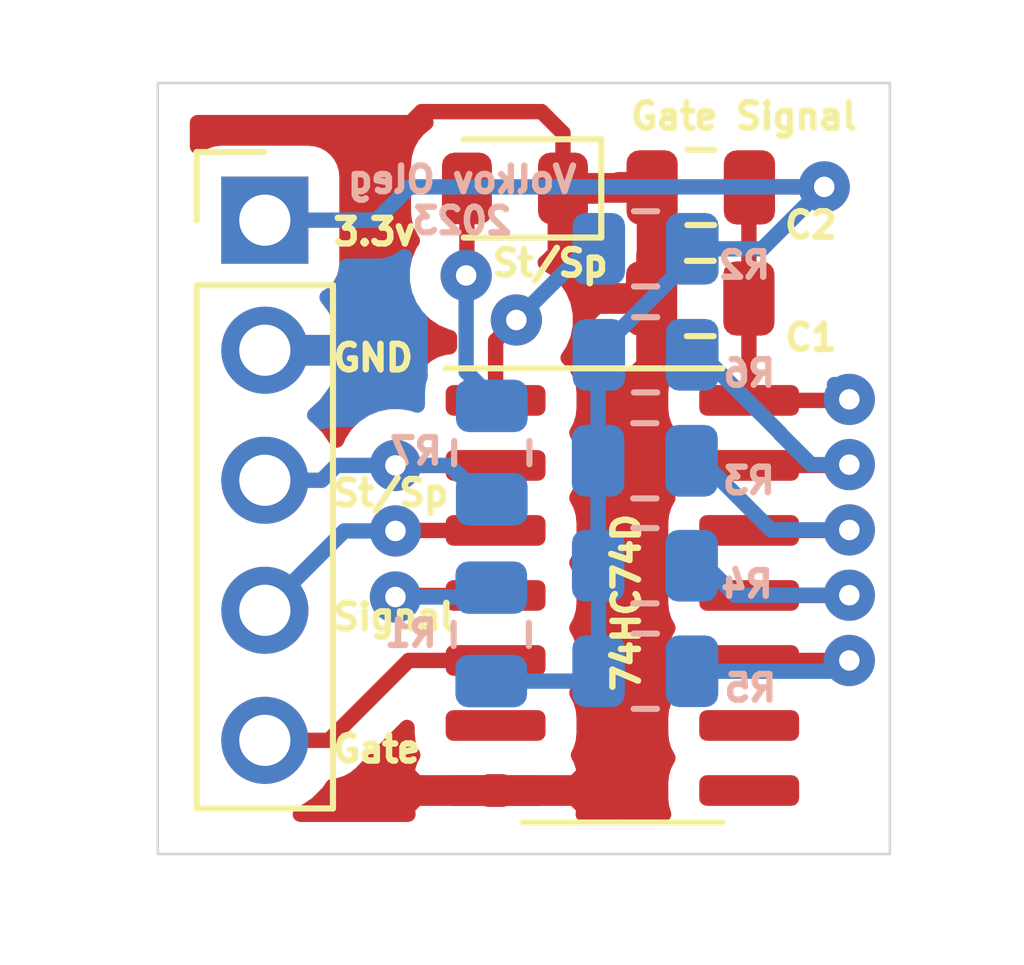
<source format=kicad_pcb>
(kicad_pcb (version 20171130) (host pcbnew "(5.1.12)-1")

  (general
    (thickness 1.6)
    (drawings 12)
    (tracks 98)
    (zones 0)
    (modules 12)
    (nets 16)
  )

  (page A4)
  (layers
    (0 F.Cu signal)
    (31 B.Cu signal)
    (32 B.Adhes user)
    (33 F.Adhes user)
    (34 B.Paste user)
    (35 F.Paste user)
    (36 B.SilkS user)
    (37 F.SilkS user)
    (38 B.Mask user)
    (39 F.Mask user)
    (40 Dwgs.User user)
    (41 Cmts.User user)
    (42 Eco1.User user)
    (43 Eco2.User user)
    (44 Edge.Cuts user)
    (45 Margin user)
    (46 B.CrtYd user)
    (47 F.CrtYd user)
    (48 B.Fab user)
    (49 F.Fab user)
  )

  (setup
    (last_trace_width 0.3)
    (user_trace_width 0.3)
    (trace_clearance 0.2)
    (zone_clearance 0.6)
    (zone_45_only no)
    (trace_min 0.2)
    (via_size 0.8)
    (via_drill 0.4)
    (via_min_size 0.4)
    (via_min_drill 0.3)
    (uvia_size 0.3)
    (uvia_drill 0.1)
    (uvias_allowed no)
    (uvia_min_size 0.2)
    (uvia_min_drill 0.1)
    (edge_width 0.05)
    (segment_width 0.2)
    (pcb_text_width 0.3)
    (pcb_text_size 1.5 1.5)
    (mod_edge_width 0.12)
    (mod_text_size 1 1)
    (mod_text_width 0.15)
    (pad_size 1.524 1.524)
    (pad_drill 0.762)
    (pad_to_mask_clearance 0)
    (aux_axis_origin 0 0)
    (visible_elements FFFFFF7F)
    (pcbplotparams
      (layerselection 0x01000_ffffffff)
      (usegerberextensions false)
      (usegerberattributes true)
      (usegerberadvancedattributes true)
      (creategerberjobfile true)
      (excludeedgelayer true)
      (linewidth 0.100000)
      (plotframeref false)
      (viasonmask false)
      (mode 1)
      (useauxorigin false)
      (hpglpennumber 1)
      (hpglpenspeed 20)
      (hpglpendiameter 15.000000)
      (psnegative false)
      (psa4output false)
      (plotreference true)
      (plotvalue true)
      (plotinvisibletext false)
      (padsonsilk false)
      (subtractmaskfromsilk false)
      (outputformat 4)
      (mirror false)
      (drillshape 0)
      (scaleselection 1)
      (outputdirectory ""))
  )

  (net 0 "")
  (net 1 +3V3)
  (net 2 GND)
  (net 3 "Net-(D1-Pad2)")
  (net 4 Start-Stop)
  (net 5 Signal)
  (net 6 Gate)
  (net 7 "Net-(R1-Pad2)")
  (net 8 "Net-(R2-Pad1)")
  (net 9 "Net-(R3-Pad2)")
  (net 10 "Net-(R4-Pad2)")
  (net 11 "Net-(R5-Pad2)")
  (net 12 "Net-(R6-Pad2)")
  (net 13 "Net-(U1-Pad6)")
  (net 14 "Net-(U1-Pad8)")
  (net 15 "Net-(U1-Pad9)")

  (net_class Default "This is the default net class."
    (clearance 0.2)
    (trace_width 0.25)
    (via_dia 0.8)
    (via_drill 0.4)
    (uvia_dia 0.3)
    (uvia_drill 0.1)
    (add_net +3V3)
    (add_net GND)
    (add_net Gate)
    (add_net "Net-(D1-Pad2)")
    (add_net "Net-(R1-Pad2)")
    (add_net "Net-(R2-Pad1)")
    (add_net "Net-(R3-Pad2)")
    (add_net "Net-(R4-Pad2)")
    (add_net "Net-(R5-Pad2)")
    (add_net "Net-(R6-Pad2)")
    (add_net "Net-(U1-Pad6)")
    (add_net "Net-(U1-Pad8)")
    (add_net "Net-(U1-Pad9)")
    (add_net Signal)
    (add_net Start-Stop)
  )

  (module Capacitor_SMD:C_0805_2012Metric (layer F.Cu) (tedit 5F68FEEE) (tstamp 646ED1FA)
    (at 76.77 27.14 180)
    (descr "Capacitor SMD 0805 (2012 Metric), square (rectangular) end terminal, IPC_7351 nominal, (Body size source: IPC-SM-782 page 76, https://www.pcb-3d.com/wordpress/wp-content/uploads/ipc-sm-782a_amendment_1_and_2.pdf, https://docs.google.com/spreadsheets/d/1BsfQQcO9C6DZCsRaXUlFlo91Tg2WpOkGARC1WS5S8t0/edit?usp=sharing), generated with kicad-footprint-generator")
    (tags capacitor)
    (path /646EA688)
    (attr smd)
    (fp_text reference C1 (at -2.16 -0.76) (layer F.SilkS)
      (effects (font (size 0.5 0.5) (thickness 0.125)))
    )
    (fp_text value 0.1u (at 0 1.68) (layer F.Fab)
      (effects (font (size 1 1) (thickness 0.15)))
    )
    (fp_line (start 1.7 0.98) (end -1.7 0.98) (layer F.CrtYd) (width 0.05))
    (fp_line (start 1.7 -0.98) (end 1.7 0.98) (layer F.CrtYd) (width 0.05))
    (fp_line (start -1.7 -0.98) (end 1.7 -0.98) (layer F.CrtYd) (width 0.05))
    (fp_line (start -1.7 0.98) (end -1.7 -0.98) (layer F.CrtYd) (width 0.05))
    (fp_line (start -0.261252 0.735) (end 0.261252 0.735) (layer F.SilkS) (width 0.12))
    (fp_line (start -0.261252 -0.735) (end 0.261252 -0.735) (layer F.SilkS) (width 0.12))
    (fp_line (start 1 0.625) (end -1 0.625) (layer F.Fab) (width 0.1))
    (fp_line (start 1 -0.625) (end 1 0.625) (layer F.Fab) (width 0.1))
    (fp_line (start -1 -0.625) (end 1 -0.625) (layer F.Fab) (width 0.1))
    (fp_line (start -1 0.625) (end -1 -0.625) (layer F.Fab) (width 0.1))
    (fp_text user %R (at 0 0) (layer F.Fab)
      (effects (font (size 0.5 0.5) (thickness 0.08)))
    )
    (pad 1 smd roundrect (at -0.95 0 180) (size 1 1.45) (layers F.Cu F.Paste F.Mask) (roundrect_rratio 0.25)
      (net 1 +3V3))
    (pad 2 smd roundrect (at 0.95 0 180) (size 1 1.45) (layers F.Cu F.Paste F.Mask) (roundrect_rratio 0.25)
      (net 2 GND))
    (model ${KISYS3DMOD}/Capacitor_SMD.3dshapes/C_0805_2012Metric.wrl
      (at (xyz 0 0 0))
      (scale (xyz 1 1 1))
      (rotate (xyz 0 0 0))
    )
  )

  (module Capacitor_SMD:C_0805_2012Metric (layer F.Cu) (tedit 5F68FEEE) (tstamp 646ED20B)
    (at 76.78 24.97 180)
    (descr "Capacitor SMD 0805 (2012 Metric), square (rectangular) end terminal, IPC_7351 nominal, (Body size source: IPC-SM-782 page 76, https://www.pcb-3d.com/wordpress/wp-content/uploads/ipc-sm-782a_amendment_1_and_2.pdf, https://docs.google.com/spreadsheets/d/1BsfQQcO9C6DZCsRaXUlFlo91Tg2WpOkGARC1WS5S8t0/edit?usp=sharing), generated with kicad-footprint-generator")
    (tags capacitor)
    (path /646EB511)
    (attr smd)
    (fp_text reference C2 (at -2.15 -0.74) (layer F.SilkS)
      (effects (font (size 0.5 0.5) (thickness 0.125)))
    )
    (fp_text value 10u (at 0 1.68) (layer F.Fab) hide
      (effects (font (size 1 1) (thickness 0.15)))
    )
    (fp_text user %R (at 0 0) (layer F.Fab)
      (effects (font (size 0.5 0.5) (thickness 0.08)))
    )
    (fp_line (start -1 0.625) (end -1 -0.625) (layer F.Fab) (width 0.1))
    (fp_line (start -1 -0.625) (end 1 -0.625) (layer F.Fab) (width 0.1))
    (fp_line (start 1 -0.625) (end 1 0.625) (layer F.Fab) (width 0.1))
    (fp_line (start 1 0.625) (end -1 0.625) (layer F.Fab) (width 0.1))
    (fp_line (start -0.261252 -0.735) (end 0.261252 -0.735) (layer F.SilkS) (width 0.12))
    (fp_line (start -0.261252 0.735) (end 0.261252 0.735) (layer F.SilkS) (width 0.12))
    (fp_line (start -1.7 0.98) (end -1.7 -0.98) (layer F.CrtYd) (width 0.05))
    (fp_line (start -1.7 -0.98) (end 1.7 -0.98) (layer F.CrtYd) (width 0.05))
    (fp_line (start 1.7 -0.98) (end 1.7 0.98) (layer F.CrtYd) (width 0.05))
    (fp_line (start 1.7 0.98) (end -1.7 0.98) (layer F.CrtYd) (width 0.05))
    (pad 2 smd roundrect (at 0.95 0 180) (size 1 1.45) (layers F.Cu F.Paste F.Mask) (roundrect_rratio 0.25)
      (net 2 GND))
    (pad 1 smd roundrect (at -0.95 0 180) (size 1 1.45) (layers F.Cu F.Paste F.Mask) (roundrect_rratio 0.25)
      (net 1 +3V3))
    (model ${KISYS3DMOD}/Capacitor_SMD.3dshapes/C_0805_2012Metric.wrl
      (at (xyz 0 0 0))
      (scale (xyz 1 1 1))
      (rotate (xyz 0 0 0))
    )
  )

  (module LED_SMD:LED_0805_2012Metric (layer F.Cu) (tedit 5F68FEF1) (tstamp 646ED21E)
    (at 73.1525 24.99 180)
    (descr "LED SMD 0805 (2012 Metric), square (rectangular) end terminal, IPC_7351 nominal, (Body size source: https://docs.google.com/spreadsheets/d/1BsfQQcO9C6DZCsRaXUlFlo91Tg2WpOkGARC1WS5S8t0/edit?usp=sharing), generated with kicad-footprint-generator")
    (tags LED)
    (path /64725A1A)
    (attr smd)
    (fp_text reference St/Sp (at -0.6875 -1.46) (layer F.SilkS)
      (effects (font (size 0.5 0.5) (thickness 0.125)))
    )
    (fp_text value LED (at 0 1.65) (layer F.Fab) hide
      (effects (font (size 1 1) (thickness 0.15)))
    )
    (fp_line (start 1.68 0.95) (end -1.68 0.95) (layer F.CrtYd) (width 0.05))
    (fp_line (start 1.68 -0.95) (end 1.68 0.95) (layer F.CrtYd) (width 0.05))
    (fp_line (start -1.68 -0.95) (end 1.68 -0.95) (layer F.CrtYd) (width 0.05))
    (fp_line (start -1.68 0.95) (end -1.68 -0.95) (layer F.CrtYd) (width 0.05))
    (fp_line (start -1.685 0.96) (end 1 0.96) (layer F.SilkS) (width 0.12))
    (fp_line (start -1.685 -0.96) (end -1.685 0.96) (layer F.SilkS) (width 0.12))
    (fp_line (start 1 -0.96) (end -1.685 -0.96) (layer F.SilkS) (width 0.12))
    (fp_line (start 1 0.6) (end 1 -0.6) (layer F.Fab) (width 0.1))
    (fp_line (start -1 0.6) (end 1 0.6) (layer F.Fab) (width 0.1))
    (fp_line (start -1 -0.3) (end -1 0.6) (layer F.Fab) (width 0.1))
    (fp_line (start -0.7 -0.6) (end -1 -0.3) (layer F.Fab) (width 0.1))
    (fp_line (start 1 -0.6) (end -0.7 -0.6) (layer F.Fab) (width 0.1))
    (fp_text user %R (at 0 0) (layer F.Fab)
      (effects (font (size 0.5 0.5) (thickness 0.08)))
    )
    (pad 1 smd roundrect (at -0.9375 0 180) (size 0.975 1.4) (layers F.Cu F.Paste F.Mask) (roundrect_rratio 0.25)
      (net 2 GND))
    (pad 2 smd roundrect (at 0.9375 0 180) (size 0.975 1.4) (layers F.Cu F.Paste F.Mask) (roundrect_rratio 0.25)
      (net 3 "Net-(D1-Pad2)"))
    (model ${KISYS3DMOD}/LED_SMD.3dshapes/LED_0805_2012Metric.wrl
      (at (xyz 0 0 0))
      (scale (xyz 1 1 1))
      (rotate (xyz 0 0 0))
    )
  )

  (module Connector_PinHeader_2.54mm:PinHeader_1x05_P2.54mm_Vertical (layer F.Cu) (tedit 59FED5CC) (tstamp 646ED237)
    (at 68.27 25.61)
    (descr "Through hole straight pin header, 1x05, 2.54mm pitch, single row")
    (tags "Through hole pin header THT 1x05 2.54mm single row")
    (path /6470CE19)
    (fp_text reference J1 (at 0 -2.33) (layer F.SilkS) hide
      (effects (font (size 1 1) (thickness 0.15)))
    )
    (fp_text value conn (at 0 12.49) (layer F.Fab) hide
      (effects (font (size 1 1) (thickness 0.15)))
    )
    (fp_line (start 1.8 -1.8) (end -1.8 -1.8) (layer F.CrtYd) (width 0.05))
    (fp_line (start 1.8 11.95) (end 1.8 -1.8) (layer F.CrtYd) (width 0.05))
    (fp_line (start -1.8 11.95) (end 1.8 11.95) (layer F.CrtYd) (width 0.05))
    (fp_line (start -1.8 -1.8) (end -1.8 11.95) (layer F.CrtYd) (width 0.05))
    (fp_line (start -1.33 -1.33) (end 0 -1.33) (layer F.SilkS) (width 0.12))
    (fp_line (start -1.33 0) (end -1.33 -1.33) (layer F.SilkS) (width 0.12))
    (fp_line (start -1.33 1.27) (end 1.33 1.27) (layer F.SilkS) (width 0.12))
    (fp_line (start 1.33 1.27) (end 1.33 11.49) (layer F.SilkS) (width 0.12))
    (fp_line (start -1.33 1.27) (end -1.33 11.49) (layer F.SilkS) (width 0.12))
    (fp_line (start -1.33 11.49) (end 1.33 11.49) (layer F.SilkS) (width 0.12))
    (fp_line (start -1.27 -0.635) (end -0.635 -1.27) (layer F.Fab) (width 0.1))
    (fp_line (start -1.27 11.43) (end -1.27 -0.635) (layer F.Fab) (width 0.1))
    (fp_line (start 1.27 11.43) (end -1.27 11.43) (layer F.Fab) (width 0.1))
    (fp_line (start 1.27 -1.27) (end 1.27 11.43) (layer F.Fab) (width 0.1))
    (fp_line (start -0.635 -1.27) (end 1.27 -1.27) (layer F.Fab) (width 0.1))
    (fp_text user %R (at 0 5.08 90) (layer F.Fab)
      (effects (font (size 1 1) (thickness 0.15)))
    )
    (pad 1 thru_hole rect (at 0 0) (size 1.7 1.7) (drill 1) (layers *.Cu *.Mask)
      (net 1 +3V3))
    (pad 2 thru_hole oval (at 0 2.54) (size 1.7 1.7) (drill 1) (layers *.Cu *.Mask)
      (net 2 GND))
    (pad 3 thru_hole oval (at 0 5.08) (size 1.7 1.7) (drill 1) (layers *.Cu *.Mask)
      (net 4 Start-Stop))
    (pad 4 thru_hole oval (at 0 7.62) (size 1.7 1.7) (drill 1) (layers *.Cu *.Mask)
      (net 5 Signal))
    (pad 5 thru_hole oval (at 0 10.16) (size 1.7 1.7) (drill 1) (layers *.Cu *.Mask)
      (net 6 Gate))
    (model ${KISYS3DMOD}/Connector_PinHeader_2.54mm.3dshapes/PinHeader_1x05_P2.54mm_Vertical.wrl
      (at (xyz 0 0 0))
      (scale (xyz 1 1 1))
      (rotate (xyz 0 0 0))
    )
  )

  (module Resistor_SMD:R_0805_2012Metric (layer B.Cu) (tedit 5F68FEEE) (tstamp 646ED248)
    (at 72.69 33.7 90)
    (descr "Resistor SMD 0805 (2012 Metric), square (rectangular) end terminal, IPC_7351 nominal, (Body size source: IPC-SM-782 page 72, https://www.pcb-3d.com/wordpress/wp-content/uploads/ipc-sm-782a_amendment_1_and_2.pdf), generated with kicad-footprint-generator")
    (tags resistor)
    (path /646EF9F5)
    (attr smd)
    (fp_text reference R1 (at 0.02 -1.57 180) (layer B.SilkS)
      (effects (font (size 0.5 0.5) (thickness 0.125)) (justify mirror))
    )
    (fp_text value 10k (at 0 -1.65 90) (layer B.Fab) hide
      (effects (font (size 1 1) (thickness 0.15)) (justify mirror))
    )
    (fp_line (start -1 -0.625) (end -1 0.625) (layer B.Fab) (width 0.1))
    (fp_line (start -1 0.625) (end 1 0.625) (layer B.Fab) (width 0.1))
    (fp_line (start 1 0.625) (end 1 -0.625) (layer B.Fab) (width 0.1))
    (fp_line (start 1 -0.625) (end -1 -0.625) (layer B.Fab) (width 0.1))
    (fp_line (start -0.227064 0.735) (end 0.227064 0.735) (layer B.SilkS) (width 0.12))
    (fp_line (start -0.227064 -0.735) (end 0.227064 -0.735) (layer B.SilkS) (width 0.12))
    (fp_line (start -1.68 -0.95) (end -1.68 0.95) (layer B.CrtYd) (width 0.05))
    (fp_line (start -1.68 0.95) (end 1.68 0.95) (layer B.CrtYd) (width 0.05))
    (fp_line (start 1.68 0.95) (end 1.68 -0.95) (layer B.CrtYd) (width 0.05))
    (fp_line (start 1.68 -0.95) (end -1.68 -0.95) (layer B.CrtYd) (width 0.05))
    (pad 2 smd roundrect (at 0.9125 0 90) (size 1.025 1.4) (layers B.Cu B.Paste B.Mask) (roundrect_rratio 0.2439014634146341)
      (net 7 "Net-(R1-Pad2)"))
    (pad 1 smd roundrect (at -0.9125 0 90) (size 1.025 1.4) (layers B.Cu B.Paste B.Mask) (roundrect_rratio 0.2439014634146341)
      (net 1 +3V3))
    (model ${KISYS3DMOD}/Resistor_SMD.3dshapes/R_0805_2012Metric.wrl
      (at (xyz 0 0 0))
      (scale (xyz 1 1 1))
      (rotate (xyz 0 0 0))
    )
  )

  (module Resistor_SMD:R_0805_2012Metric (layer B.Cu) (tedit 5F68FEEE) (tstamp 646ED259)
    (at 75.7025 26.17)
    (descr "Resistor SMD 0805 (2012 Metric), square (rectangular) end terminal, IPC_7351 nominal, (Body size source: IPC-SM-782 page 72, https://www.pcb-3d.com/wordpress/wp-content/uploads/ipc-sm-782a_amendment_1_and_2.pdf), generated with kicad-footprint-generator")
    (tags resistor)
    (path /646EED6E)
    (attr smd)
    (fp_text reference R2 (at 1.9275 0.32) (layer B.SilkS)
      (effects (font (size 0.5 0.5) (thickness 0.125)) (justify mirror))
    )
    (fp_text value 10k (at 0 -1.65) (layer B.Fab) hide
      (effects (font (size 1 1) (thickness 0.15)) (justify mirror))
    )
    (fp_line (start 1.68 -0.95) (end -1.68 -0.95) (layer B.CrtYd) (width 0.05))
    (fp_line (start 1.68 0.95) (end 1.68 -0.95) (layer B.CrtYd) (width 0.05))
    (fp_line (start -1.68 0.95) (end 1.68 0.95) (layer B.CrtYd) (width 0.05))
    (fp_line (start -1.68 -0.95) (end -1.68 0.95) (layer B.CrtYd) (width 0.05))
    (fp_line (start -0.227064 -0.735) (end 0.227064 -0.735) (layer B.SilkS) (width 0.12))
    (fp_line (start -0.227064 0.735) (end 0.227064 0.735) (layer B.SilkS) (width 0.12))
    (fp_line (start 1 -0.625) (end -1 -0.625) (layer B.Fab) (width 0.1))
    (fp_line (start 1 0.625) (end 1 -0.625) (layer B.Fab) (width 0.1))
    (fp_line (start -1 0.625) (end 1 0.625) (layer B.Fab) (width 0.1))
    (fp_line (start -1 -0.625) (end -1 0.625) (layer B.Fab) (width 0.1))
    (pad 1 smd roundrect (at -0.9125 0) (size 1.025 1.4) (layers B.Cu B.Paste B.Mask) (roundrect_rratio 0.2439014634146341)
      (net 8 "Net-(R2-Pad1)"))
    (pad 2 smd roundrect (at 0.9125 0) (size 1.025 1.4) (layers B.Cu B.Paste B.Mask) (roundrect_rratio 0.2439014634146341)
      (net 1 +3V3))
    (model ${KISYS3DMOD}/Resistor_SMD.3dshapes/R_0805_2012Metric.wrl
      (at (xyz 0 0 0))
      (scale (xyz 1 1 1))
      (rotate (xyz 0 0 0))
    )
  )

  (module Resistor_SMD:R_0805_2012Metric (layer B.Cu) (tedit 5F68FEEE) (tstamp 646ED26A)
    (at 75.6875 30.31)
    (descr "Resistor SMD 0805 (2012 Metric), square (rectangular) end terminal, IPC_7351 nominal, (Body size source: IPC-SM-782 page 72, https://www.pcb-3d.com/wordpress/wp-content/uploads/ipc-sm-782a_amendment_1_and_2.pdf), generated with kicad-footprint-generator")
    (tags resistor)
    (path /646FC05D)
    (attr smd)
    (fp_text reference R3 (at 2.0325 0.39) (layer B.SilkS)
      (effects (font (size 0.5 0.5) (thickness 0.125)) (justify mirror))
    )
    (fp_text value 10k (at 0 -1.65) (layer B.Fab) hide
      (effects (font (size 1 1) (thickness 0.15)) (justify mirror))
    )
    (fp_line (start 1.68 -0.95) (end -1.68 -0.95) (layer B.CrtYd) (width 0.05))
    (fp_line (start 1.68 0.95) (end 1.68 -0.95) (layer B.CrtYd) (width 0.05))
    (fp_line (start -1.68 0.95) (end 1.68 0.95) (layer B.CrtYd) (width 0.05))
    (fp_line (start -1.68 -0.95) (end -1.68 0.95) (layer B.CrtYd) (width 0.05))
    (fp_line (start -0.227064 -0.735) (end 0.227064 -0.735) (layer B.SilkS) (width 0.12))
    (fp_line (start -0.227064 0.735) (end 0.227064 0.735) (layer B.SilkS) (width 0.12))
    (fp_line (start 1 -0.625) (end -1 -0.625) (layer B.Fab) (width 0.1))
    (fp_line (start 1 0.625) (end 1 -0.625) (layer B.Fab) (width 0.1))
    (fp_line (start -1 0.625) (end 1 0.625) (layer B.Fab) (width 0.1))
    (fp_line (start -1 -0.625) (end -1 0.625) (layer B.Fab) (width 0.1))
    (pad 1 smd roundrect (at -0.9125 0) (size 1.025 1.4) (layers B.Cu B.Paste B.Mask) (roundrect_rratio 0.2439014634146341)
      (net 1 +3V3))
    (pad 2 smd roundrect (at 0.9125 0) (size 1.025 1.4) (layers B.Cu B.Paste B.Mask) (roundrect_rratio 0.2439014634146341)
      (net 9 "Net-(R3-Pad2)"))
    (model ${KISYS3DMOD}/Resistor_SMD.3dshapes/R_0805_2012Metric.wrl
      (at (xyz 0 0 0))
      (scale (xyz 1 1 1))
      (rotate (xyz 0 0 0))
    )
  )

  (module Resistor_SMD:R_0805_2012Metric (layer B.Cu) (tedit 5F68FEEE) (tstamp 646ED27B)
    (at 75.69 32.36)
    (descr "Resistor SMD 0805 (2012 Metric), square (rectangular) end terminal, IPC_7351 nominal, (Body size source: IPC-SM-782 page 72, https://www.pcb-3d.com/wordpress/wp-content/uploads/ipc-sm-782a_amendment_1_and_2.pdf), generated with kicad-footprint-generator")
    (tags resistor)
    (path /646FB726)
    (attr smd)
    (fp_text reference R4 (at 1.99 0.36) (layer B.SilkS)
      (effects (font (size 0.5 0.5) (thickness 0.125)) (justify mirror))
    )
    (fp_text value 10k (at 0 -1.65) (layer B.Fab) hide
      (effects (font (size 1 1) (thickness 0.15)) (justify mirror))
    )
    (fp_line (start -1 -0.625) (end -1 0.625) (layer B.Fab) (width 0.1))
    (fp_line (start -1 0.625) (end 1 0.625) (layer B.Fab) (width 0.1))
    (fp_line (start 1 0.625) (end 1 -0.625) (layer B.Fab) (width 0.1))
    (fp_line (start 1 -0.625) (end -1 -0.625) (layer B.Fab) (width 0.1))
    (fp_line (start -0.227064 0.735) (end 0.227064 0.735) (layer B.SilkS) (width 0.12))
    (fp_line (start -0.227064 -0.735) (end 0.227064 -0.735) (layer B.SilkS) (width 0.12))
    (fp_line (start -1.68 -0.95) (end -1.68 0.95) (layer B.CrtYd) (width 0.05))
    (fp_line (start -1.68 0.95) (end 1.68 0.95) (layer B.CrtYd) (width 0.05))
    (fp_line (start 1.68 0.95) (end 1.68 -0.95) (layer B.CrtYd) (width 0.05))
    (fp_line (start 1.68 -0.95) (end -1.68 -0.95) (layer B.CrtYd) (width 0.05))
    (pad 2 smd roundrect (at 0.9125 0) (size 1.025 1.4) (layers B.Cu B.Paste B.Mask) (roundrect_rratio 0.2439014634146341)
      (net 10 "Net-(R4-Pad2)"))
    (pad 1 smd roundrect (at -0.9125 0) (size 1.025 1.4) (layers B.Cu B.Paste B.Mask) (roundrect_rratio 0.2439014634146341)
      (net 1 +3V3))
    (model ${KISYS3DMOD}/Resistor_SMD.3dshapes/R_0805_2012Metric.wrl
      (at (xyz 0 0 0))
      (scale (xyz 1 1 1))
      (rotate (xyz 0 0 0))
    )
  )

  (module Resistor_SMD:R_0805_2012Metric (layer B.Cu) (tedit 5F68FEEE) (tstamp 646ED28C)
    (at 75.6975 34.42)
    (descr "Resistor SMD 0805 (2012 Metric), square (rectangular) end terminal, IPC_7351 nominal, (Body size source: IPC-SM-782 page 72, https://www.pcb-3d.com/wordpress/wp-content/uploads/ipc-sm-782a_amendment_1_and_2.pdf), generated with kicad-footprint-generator")
    (tags resistor)
    (path /646FFD46)
    (attr smd)
    (fp_text reference R5 (at 2.0525 0.33) (layer B.SilkS)
      (effects (font (size 0.5 0.5) (thickness 0.125)) (justify mirror))
    )
    (fp_text value 10k (at 0 -1.65) (layer B.Fab) hide
      (effects (font (size 1 1) (thickness 0.15)) (justify mirror))
    )
    (fp_line (start -1 -0.625) (end -1 0.625) (layer B.Fab) (width 0.1))
    (fp_line (start -1 0.625) (end 1 0.625) (layer B.Fab) (width 0.1))
    (fp_line (start 1 0.625) (end 1 -0.625) (layer B.Fab) (width 0.1))
    (fp_line (start 1 -0.625) (end -1 -0.625) (layer B.Fab) (width 0.1))
    (fp_line (start -0.227064 0.735) (end 0.227064 0.735) (layer B.SilkS) (width 0.12))
    (fp_line (start -0.227064 -0.735) (end 0.227064 -0.735) (layer B.SilkS) (width 0.12))
    (fp_line (start -1.68 -0.95) (end -1.68 0.95) (layer B.CrtYd) (width 0.05))
    (fp_line (start -1.68 0.95) (end 1.68 0.95) (layer B.CrtYd) (width 0.05))
    (fp_line (start 1.68 0.95) (end 1.68 -0.95) (layer B.CrtYd) (width 0.05))
    (fp_line (start 1.68 -0.95) (end -1.68 -0.95) (layer B.CrtYd) (width 0.05))
    (pad 2 smd roundrect (at 0.9125 0) (size 1.025 1.4) (layers B.Cu B.Paste B.Mask) (roundrect_rratio 0.2439014634146341)
      (net 11 "Net-(R5-Pad2)"))
    (pad 1 smd roundrect (at -0.9125 0) (size 1.025 1.4) (layers B.Cu B.Paste B.Mask) (roundrect_rratio 0.2439014634146341)
      (net 1 +3V3))
    (model ${KISYS3DMOD}/Resistor_SMD.3dshapes/R_0805_2012Metric.wrl
      (at (xyz 0 0 0))
      (scale (xyz 1 1 1))
      (rotate (xyz 0 0 0))
    )
  )

  (module Resistor_SMD:R_0805_2012Metric (layer B.Cu) (tedit 5F68FEEE) (tstamp 646ED29D)
    (at 75.7025 28.24)
    (descr "Resistor SMD 0805 (2012 Metric), square (rectangular) end terminal, IPC_7351 nominal, (Body size source: IPC-SM-782 page 72, https://www.pcb-3d.com/wordpress/wp-content/uploads/ipc-sm-782a_amendment_1_and_2.pdf), generated with kicad-footprint-generator")
    (tags resistor)
    (path /646F92C0)
    (attr smd)
    (fp_text reference R6 (at 2.0275 0.36) (layer B.SilkS)
      (effects (font (size 0.5 0.5) (thickness 0.125)) (justify mirror))
    )
    (fp_text value 10k (at 0 -1.65) (layer B.Fab) hide
      (effects (font (size 1 1) (thickness 0.15)) (justify mirror))
    )
    (fp_line (start 1.68 -0.95) (end -1.68 -0.95) (layer B.CrtYd) (width 0.05))
    (fp_line (start 1.68 0.95) (end 1.68 -0.95) (layer B.CrtYd) (width 0.05))
    (fp_line (start -1.68 0.95) (end 1.68 0.95) (layer B.CrtYd) (width 0.05))
    (fp_line (start -1.68 -0.95) (end -1.68 0.95) (layer B.CrtYd) (width 0.05))
    (fp_line (start -0.227064 -0.735) (end 0.227064 -0.735) (layer B.SilkS) (width 0.12))
    (fp_line (start -0.227064 0.735) (end 0.227064 0.735) (layer B.SilkS) (width 0.12))
    (fp_line (start 1 -0.625) (end -1 -0.625) (layer B.Fab) (width 0.1))
    (fp_line (start 1 0.625) (end 1 -0.625) (layer B.Fab) (width 0.1))
    (fp_line (start -1 0.625) (end 1 0.625) (layer B.Fab) (width 0.1))
    (fp_line (start -1 -0.625) (end -1 0.625) (layer B.Fab) (width 0.1))
    (pad 1 smd roundrect (at -0.9125 0) (size 1.025 1.4) (layers B.Cu B.Paste B.Mask) (roundrect_rratio 0.2439014634146341)
      (net 1 +3V3))
    (pad 2 smd roundrect (at 0.9125 0) (size 1.025 1.4) (layers B.Cu B.Paste B.Mask) (roundrect_rratio 0.2439014634146341)
      (net 12 "Net-(R6-Pad2)"))
    (model ${KISYS3DMOD}/Resistor_SMD.3dshapes/R_0805_2012Metric.wrl
      (at (xyz 0 0 0))
      (scale (xyz 1 1 1))
      (rotate (xyz 0 0 0))
    )
  )

  (module Resistor_SMD:R_0805_2012Metric (layer B.Cu) (tedit 5F68FEEE) (tstamp 646ED2AE)
    (at 72.7 30.15 270)
    (descr "Resistor SMD 0805 (2012 Metric), square (rectangular) end terminal, IPC_7351 nominal, (Body size source: IPC-SM-782 page 72, https://www.pcb-3d.com/wordpress/wp-content/uploads/ipc-sm-782a_amendment_1_and_2.pdf), generated with kicad-footprint-generator")
    (tags resistor)
    (path /64724725)
    (attr smd)
    (fp_text reference R7 (at -0.03 1.48) (layer B.SilkS)
      (effects (font (size 0.5 0.5) (thickness 0.125)) (justify mirror))
    )
    (fp_text value 1.2k (at 0 -1.65 270) (layer B.Fab) hide
      (effects (font (size 1 1) (thickness 0.15)) (justify mirror))
    )
    (fp_line (start 1.68 -0.95) (end -1.68 -0.95) (layer B.CrtYd) (width 0.05))
    (fp_line (start 1.68 0.95) (end 1.68 -0.95) (layer B.CrtYd) (width 0.05))
    (fp_line (start -1.68 0.95) (end 1.68 0.95) (layer B.CrtYd) (width 0.05))
    (fp_line (start -1.68 -0.95) (end -1.68 0.95) (layer B.CrtYd) (width 0.05))
    (fp_line (start -0.227064 -0.735) (end 0.227064 -0.735) (layer B.SilkS) (width 0.12))
    (fp_line (start -0.227064 0.735) (end 0.227064 0.735) (layer B.SilkS) (width 0.12))
    (fp_line (start 1 -0.625) (end -1 -0.625) (layer B.Fab) (width 0.1))
    (fp_line (start 1 0.625) (end 1 -0.625) (layer B.Fab) (width 0.1))
    (fp_line (start -1 0.625) (end 1 0.625) (layer B.Fab) (width 0.1))
    (fp_line (start -1 -0.625) (end -1 0.625) (layer B.Fab) (width 0.1))
    (pad 1 smd roundrect (at -0.9125 0 270) (size 1.025 1.4) (layers B.Cu B.Paste B.Mask) (roundrect_rratio 0.2439014634146341)
      (net 3 "Net-(D1-Pad2)"))
    (pad 2 smd roundrect (at 0.9125 0 270) (size 1.025 1.4) (layers B.Cu B.Paste B.Mask) (roundrect_rratio 0.2439014634146341)
      (net 4 Start-Stop))
    (model ${KISYS3DMOD}/Resistor_SMD.3dshapes/R_0805_2012Metric.wrl
      (at (xyz 0 0 0))
      (scale (xyz 1 1 1))
      (rotate (xyz 0 0 0))
    )
  )

  (module Package_SO:SOIC-14_3.9x8.7mm_P1.27mm (layer F.Cu) (tedit 5D9F72B1) (tstamp 646ED2CE)
    (at 75.25 32.94)
    (descr "SOIC, 14 Pin (JEDEC MS-012AB, https://www.analog.com/media/en/package-pcb-resources/package/pkg_pdf/soic_narrow-r/r_14.pdf), generated with kicad-footprint-generator ipc_gullwing_generator.py")
    (tags "SOIC SO")
    (path /646E6B79)
    (attr smd)
    (fp_text reference 74HC74D (at 0.08 0.14 90) (layer F.SilkS)
      (effects (font (size 0.5 0.5) (thickness 0.125)))
    )
    (fp_text value 74HC74 (at 0 5.28) (layer F.Fab) hide
      (effects (font (size 1 1) (thickness 0.15)))
    )
    (fp_line (start 3.7 -4.58) (end -3.7 -4.58) (layer F.CrtYd) (width 0.05))
    (fp_line (start 3.7 4.58) (end 3.7 -4.58) (layer F.CrtYd) (width 0.05))
    (fp_line (start -3.7 4.58) (end 3.7 4.58) (layer F.CrtYd) (width 0.05))
    (fp_line (start -3.7 -4.58) (end -3.7 4.58) (layer F.CrtYd) (width 0.05))
    (fp_line (start -1.95 -3.35) (end -0.975 -4.325) (layer F.Fab) (width 0.1))
    (fp_line (start -1.95 4.325) (end -1.95 -3.35) (layer F.Fab) (width 0.1))
    (fp_line (start 1.95 4.325) (end -1.95 4.325) (layer F.Fab) (width 0.1))
    (fp_line (start 1.95 -4.325) (end 1.95 4.325) (layer F.Fab) (width 0.1))
    (fp_line (start -0.975 -4.325) (end 1.95 -4.325) (layer F.Fab) (width 0.1))
    (fp_line (start 0 -4.435) (end -3.45 -4.435) (layer F.SilkS) (width 0.12))
    (fp_line (start 0 -4.435) (end 1.95 -4.435) (layer F.SilkS) (width 0.12))
    (fp_line (start 0 4.435) (end -1.95 4.435) (layer F.SilkS) (width 0.12))
    (fp_line (start 0 4.435) (end 1.95 4.435) (layer F.SilkS) (width 0.12))
    (fp_text user %R (at 0 0) (layer F.Fab)
      (effects (font (size 0.98 0.98) (thickness 0.15)))
    )
    (pad 1 smd roundrect (at -2.475 -3.81) (size 1.95 0.6) (layers F.Cu F.Paste F.Mask) (roundrect_rratio 0.25)
      (net 8 "Net-(R2-Pad1)"))
    (pad 2 smd roundrect (at -2.475 -2.54) (size 1.95 0.6) (layers F.Cu F.Paste F.Mask) (roundrect_rratio 0.25)
      (net 4 Start-Stop))
    (pad 3 smd roundrect (at -2.475 -1.27) (size 1.95 0.6) (layers F.Cu F.Paste F.Mask) (roundrect_rratio 0.25)
      (net 5 Signal))
    (pad 4 smd roundrect (at -2.475 0) (size 1.95 0.6) (layers F.Cu F.Paste F.Mask) (roundrect_rratio 0.25)
      (net 7 "Net-(R1-Pad2)"))
    (pad 5 smd roundrect (at -2.475 1.27) (size 1.95 0.6) (layers F.Cu F.Paste F.Mask) (roundrect_rratio 0.25)
      (net 6 Gate))
    (pad 6 smd roundrect (at -2.475 2.54) (size 1.95 0.6) (layers F.Cu F.Paste F.Mask) (roundrect_rratio 0.25)
      (net 13 "Net-(U1-Pad6)"))
    (pad 7 smd roundrect (at -2.475 3.81) (size 1.95 0.6) (layers F.Cu F.Paste F.Mask) (roundrect_rratio 0.25)
      (net 2 GND))
    (pad 8 smd roundrect (at 2.475 3.81) (size 1.95 0.6) (layers F.Cu F.Paste F.Mask) (roundrect_rratio 0.25)
      (net 14 "Net-(U1-Pad8)"))
    (pad 9 smd roundrect (at 2.475 2.54) (size 1.95 0.6) (layers F.Cu F.Paste F.Mask) (roundrect_rratio 0.25)
      (net 15 "Net-(U1-Pad9)"))
    (pad 10 smd roundrect (at 2.475 1.27) (size 1.95 0.6) (layers F.Cu F.Paste F.Mask) (roundrect_rratio 0.25)
      (net 11 "Net-(R5-Pad2)"))
    (pad 11 smd roundrect (at 2.475 0) (size 1.95 0.6) (layers F.Cu F.Paste F.Mask) (roundrect_rratio 0.25)
      (net 10 "Net-(R4-Pad2)"))
    (pad 12 smd roundrect (at 2.475 -1.27) (size 1.95 0.6) (layers F.Cu F.Paste F.Mask) (roundrect_rratio 0.25)
      (net 9 "Net-(R3-Pad2)"))
    (pad 13 smd roundrect (at 2.475 -2.54) (size 1.95 0.6) (layers F.Cu F.Paste F.Mask) (roundrect_rratio 0.25)
      (net 12 "Net-(R6-Pad2)"))
    (pad 14 smd roundrect (at 2.475 -3.81) (size 1.95 0.6) (layers F.Cu F.Paste F.Mask) (roundrect_rratio 0.25)
      (net 1 +3V3))
    (model ${KISYS3DMOD}/Package_SO.3dshapes/SOIC-14_3.9x8.7mm_P1.27mm.wrl
      (at (xyz 0 0 0))
      (scale (xyz 1 1 1))
      (rotate (xyz 0 0 0))
    )
  )

  (gr_text "Gate Signal" (at 77.62 23.58) (layer F.SilkS)
    (effects (font (size 0.5 0.5) (thickness 0.125)))
  )
  (gr_text "Volkov Oleg\n2023" (at 72.12 25.22) (layer B.SilkS)
    (effects (font (size 0.5 0.5) (thickness 0.125)) (justify mirror))
  )
  (gr_line (start 66.19 37.99) (end 66.18 37.99) (layer Edge.Cuts) (width 0.05))
  (gr_line (start 80.47 37.99) (end 66.19 37.99) (layer Edge.Cuts) (width 0.05))
  (gr_text Gate (at 70.45619 35.94) (layer F.SilkS)
    (effects (font (size 0.5 0.5) (thickness 0.125)))
  )
  (gr_text Signal (at 70.789523 33.36) (layer F.SilkS)
    (effects (font (size 0.5 0.5) (thickness 0.125)))
  )
  (gr_text St/Sp (at 70.73 30.94) (layer F.SilkS)
    (effects (font (size 0.5 0.5) (thickness 0.125)))
  )
  (gr_text GND (at 70.384762 28.3) (layer F.SilkS)
    (effects (font (size 0.5 0.5) (thickness 0.125)))
  )
  (gr_text "3.3v\n" (at 70.408571 25.84) (layer F.SilkS)
    (effects (font (size 0.5 0.5) (thickness 0.125)))
  )
  (gr_line (start 66.18 37.99) (end 66.18 22.93) (layer Edge.Cuts) (width 0.05))
  (gr_line (start 80.47 22.93) (end 80.47 37.99) (layer Edge.Cuts) (width 0.05))
  (gr_line (start 66.18 22.93) (end 80.47 22.93) (layer Edge.Cuts) (width 0.05))

  (via (at 79.19 24.96) (size 1) (drill 0.4) (layers F.Cu B.Cu) (net 1))
  (via (at 72.2 26.69) (size 1) (drill 0.4) (layers F.Cu B.Cu) (net 3))
  (via (at 70.82 32.97) (size 1) (drill 0.4) (layers F.Cu B.Cu) (net 7))
  (via (at 70.82 31.68) (size 1) (drill 0.4) (layers F.Cu B.Cu) (net 5))
  (via (at 70.82 30.4) (size 1) (drill 0.4) (layers F.Cu B.Cu) (net 4))
  (via (at 79.68 34.21) (size 1) (drill 0.4) (layers F.Cu B.Cu) (net 11))
  (via (at 79.68 32.935) (size 1) (drill 0.4) (layers F.Cu B.Cu) (net 10))
  (via (at 79.68 31.66) (size 1) (drill 0.4) (layers F.Cu B.Cu) (net 9))
  (via (at 79.68 30.385) (size 1) (drill 0.4) (layers F.Cu B.Cu) (net 12))
  (via (at 79.68 29.11) (size 1) (drill 0.4) (layers F.Cu B.Cu) (net 1))
  (via (at 73.18 27.56) (size 1) (drill 0.4) (layers F.Cu B.Cu) (net 8))
  (segment (start 77.69 27.11) (end 77.72 27.14) (width 0.3) (layer F.Cu) (net 1))
  (segment (start 77.72 29.125) (end 77.725 29.13) (width 0.3) (layer F.Cu) (net 1))
  (segment (start 77.72 27.14) (end 77.72 29.125) (width 0.3) (layer F.Cu) (net 1))
  (segment (start 74.785 32.3675) (end 74.7775 32.36) (width 0.3) (layer B.Cu) (net 1))
  (segment (start 74.785 34.42) (end 74.785 32.3675) (width 0.3) (layer B.Cu) (net 1))
  (segment (start 74.775 32.3575) (end 74.7775 32.36) (width 0.3) (layer B.Cu) (net 1))
  (segment (start 74.775 30.31) (end 74.775 32.3575) (width 0.3) (layer B.Cu) (net 1))
  (segment (start 74.775 28.255) (end 74.79 28.24) (width 0.3) (layer B.Cu) (net 1))
  (segment (start 74.79 28.24) (end 74.79 28.17) (width 0.3) (layer B.Cu) (net 1))
  (segment (start 79.66 29.13) (end 79.68 29.11) (width 0.3) (layer F.Cu) (net 1))
  (segment (start 77.725 29.13) (end 79.66 29.13) (width 0.3) (layer F.Cu) (net 1))
  (segment (start 79.39 28.82) (end 79.68 29.11) (width 0.3) (layer B.Cu) (net 1))
  (segment (start 77.72 24.98) (end 77.73 24.97) (width 0.3) (layer F.Cu) (net 1))
  (segment (start 77.72 27.14) (end 77.72 24.98) (width 0.3) (layer F.Cu) (net 1))
  (segment (start 77.74 24.96) (end 77.73 24.97) (width 0.3) (layer F.Cu) (net 1))
  (segment (start 79.19 24.96) (end 77.74 24.96) (width 0.3) (layer F.Cu) (net 1))
  (segment (start 68.27 25.61) (end 70.45 25.61) (width 0.3) (layer B.Cu) (net 1))
  (segment (start 71.1 24.96) (end 79.19 24.96) (width 0.3) (layer B.Cu) (net 1))
  (segment (start 70.45 25.61) (end 71.1 24.96) (width 0.3) (layer B.Cu) (net 1))
  (segment (start 74.775 30.31) (end 74.775 28.255) (width 0.3) (layer B.Cu) (net 1))
  (segment (start 76.615 26.345) (end 76.615 26.17) (width 0.3) (layer B.Cu) (net 1))
  (segment (start 74.79 28.17) (end 76.615 26.345) (width 0.3) (layer B.Cu) (net 1))
  (segment (start 74.5925 34.6125) (end 74.785 34.42) (width 0.3) (layer B.Cu) (net 1))
  (segment (start 72.69 34.6125) (end 74.5925 34.6125) (width 0.3) (layer B.Cu) (net 1))
  (segment (start 77.98 26.17) (end 79.19 24.96) (width 0.3) (layer B.Cu) (net 1))
  (segment (start 76.615 26.17) (end 77.98 26.17) (width 0.3) (layer B.Cu) (net 1))
  (segment (start 75.79 27.11) (end 75.82 27.14) (width 0.3) (layer F.Cu) (net 2))
  (segment (start 75.82 27.14) (end 75.82 28.26) (width 0.3) (layer F.Cu) (net 2))
  (segment (start 74.45 36.75) (end 72.775 36.75) (width 0.3) (layer F.Cu) (net 2))
  (segment (start 75.81 24.99) (end 75.83 24.97) (width 0.3) (layer F.Cu) (net 2))
  (segment (start 74.09 24.99) (end 75.81 24.99) (width 0.3) (layer F.Cu) (net 2))
  (segment (start 75.82 24.98) (end 75.83 24.97) (width 0.3) (layer F.Cu) (net 2))
  (segment (start 75.82 27.14) (end 75.82 24.98) (width 0.3) (layer F.Cu) (net 2))
  (segment (start 68.27 28.15) (end 69.54 28.15) (width 0.3) (layer F.Cu) (net 2))
  (segment (start 69.54 28.15) (end 70.6 27.09) (width 0.3) (layer F.Cu) (net 2))
  (segment (start 70.6 27.09) (end 70.6 24.22) (width 0.3) (layer F.Cu) (net 2))
  (segment (start 70.6 24.22) (end 71.33 23.49) (width 0.3) (layer F.Cu) (net 2))
  (segment (start 71.33 23.49) (end 73.67 23.49) (width 0.3) (layer F.Cu) (net 2))
  (segment (start 74.09 23.91) (end 74.09 24.99) (width 0.3) (layer F.Cu) (net 2))
  (segment (start 73.67 23.49) (end 74.09 23.91) (width 0.3) (layer F.Cu) (net 2))
  (segment (start 72.215 26.675) (end 72.2 26.69) (width 0.3) (layer F.Cu) (net 3))
  (segment (start 72.215 24.99) (end 72.215 26.675) (width 0.3) (layer F.Cu) (net 3))
  (segment (start 72.7 29.2375) (end 72.7 29.07) (width 0.3) (layer B.Cu) (net 3))
  (segment (start 72.2 28.57) (end 72.2 26.69) (width 0.3) (layer B.Cu) (net 3))
  (segment (start 72.7 29.07) (end 72.2 28.57) (width 0.3) (layer B.Cu) (net 3))
  (segment (start 72.775 30.4) (end 70.82 30.4) (width 0.3) (layer F.Cu) (net 4))
  (segment (start 72.7 31.0625) (end 72.5425 31.0625) (width 0.3) (layer B.Cu) (net 4))
  (segment (start 71.88 30.4) (end 70.82 30.4) (width 0.3) (layer B.Cu) (net 4))
  (segment (start 72.5425 31.0625) (end 71.88 30.4) (width 0.3) (layer B.Cu) (net 4))
  (segment (start 68.27 30.69) (end 69.38 30.69) (width 0.3) (layer B.Cu) (net 4))
  (segment (start 69.67 30.4) (end 70.82 30.4) (width 0.3) (layer B.Cu) (net 4))
  (segment (start 69.38 30.69) (end 69.67 30.4) (width 0.3) (layer B.Cu) (net 4))
  (segment (start 70.83 31.67) (end 70.82 31.68) (width 0.3) (layer F.Cu) (net 5))
  (segment (start 72.775 31.67) (end 70.83 31.67) (width 0.3) (layer F.Cu) (net 5))
  (segment (start 69.82 31.68) (end 70.82 31.68) (width 0.3) (layer B.Cu) (net 5))
  (segment (start 68.27 33.23) (end 69.82 31.68) (width 0.3) (layer B.Cu) (net 5))
  (segment (start 72.775 34.21) (end 71.08 34.21) (width 0.3) (layer F.Cu) (net 6))
  (segment (start 69.52 35.77) (end 68.27 35.77) (width 0.3) (layer F.Cu) (net 6))
  (segment (start 71.08 34.21) (end 69.52 35.77) (width 0.3) (layer F.Cu) (net 6))
  (segment (start 70.85 32.94) (end 70.82 32.97) (width 0.3) (layer F.Cu) (net 7))
  (segment (start 72.775 32.94) (end 70.85 32.94) (width 0.3) (layer F.Cu) (net 7))
  (segment (start 72.5075 32.97) (end 72.69 32.7875) (width 0.3) (layer B.Cu) (net 7))
  (segment (start 70.82 32.97) (end 72.5075 32.97) (width 0.3) (layer B.Cu) (net 7))
  (segment (start 72.775 27.965) (end 73.18 27.56) (width 0.3) (layer F.Cu) (net 8))
  (segment (start 72.775 29.13) (end 72.775 27.965) (width 0.3) (layer F.Cu) (net 8))
  (segment (start 74.57 26.17) (end 73.18 27.56) (width 0.3) (layer B.Cu) (net 8))
  (segment (start 74.79 26.17) (end 74.57 26.17) (width 0.3) (layer B.Cu) (net 8))
  (segment (start 79.67 31.67) (end 79.68 31.66) (width 0.3) (layer F.Cu) (net 9))
  (segment (start 77.725 31.67) (end 79.67 31.67) (width 0.3) (layer F.Cu) (net 9))
  (segment (start 76.6 30.31) (end 76.8 30.31) (width 0.3) (layer B.Cu) (net 9))
  (segment (start 78.15 31.66) (end 79.68 31.66) (width 0.3) (layer B.Cu) (net 9))
  (segment (start 76.8 30.31) (end 78.15 31.66) (width 0.3) (layer B.Cu) (net 9))
  (segment (start 79.675 32.94) (end 79.68 32.935) (width 0.3) (layer F.Cu) (net 10))
  (segment (start 77.725 32.94) (end 79.675 32.94) (width 0.3) (layer F.Cu) (net 10))
  (segment (start 76.6025 32.36) (end 76.88 32.36) (width 0.3) (layer B.Cu) (net 10))
  (segment (start 77.455 32.935) (end 79.68 32.935) (width 0.3) (layer B.Cu) (net 10))
  (segment (start 76.88 32.36) (end 77.455 32.935) (width 0.3) (layer B.Cu) (net 10))
  (segment (start 77.725 34.21) (end 79.68 34.21) (width 0.3) (layer F.Cu) (net 11))
  (segment (start 79.47 34.42) (end 79.68 34.21) (width 0.3) (layer B.Cu) (net 11))
  (segment (start 76.61 34.42) (end 79.47 34.42) (width 0.3) (layer B.Cu) (net 11))
  (segment (start 79.665 30.4) (end 79.68 30.385) (width 0.3) (layer F.Cu) (net 12))
  (segment (start 77.725 30.4) (end 79.665 30.4) (width 0.3) (layer F.Cu) (net 12))
  (segment (start 76.615 28.24) (end 76.8 28.24) (width 0.3) (layer B.Cu) (net 12))
  (segment (start 76.8 28.24) (end 78.33 29.77) (width 0.3) (layer B.Cu) (net 12))
  (segment (start 78.33 29.77) (end 78.33 29.78) (width 0.3) (layer B.Cu) (net 12))
  (segment (start 78.935 30.385) (end 79.68 30.385) (width 0.3) (layer B.Cu) (net 12))
  (segment (start 78.33 29.78) (end 78.935 30.385) (width 0.3) (layer B.Cu) (net 12))

  (zone (net 2) (net_name GND) (layer F.Cu) (tstamp 646F062C) (hatch edge 0.508)
    (connect_pads (clearance 0.6))
    (min_thickness 0.3)
    (fill yes (arc_segments 32) (thermal_gap 0.6) (thermal_bridge_width 0.6))
    (polygon
      (pts
        (xy 81.11 39.28) (xy 64.62 39.25) (xy 64.56 21.92) (xy 64.73 21.9) (xy 81.57 21.75)
      )
    )
    (filled_polygon
      (pts
        (xy 75.98 24.82) (xy 76 24.82) (xy 76 25.12) (xy 75.98 25.12) (xy 75.98 25.8425)
        (xy 75.97 25.8525) (xy 75.97 26.99) (xy 75.99 26.99) (xy 75.99 27.29) (xy 75.97 27.29)
        (xy 75.97 28.4275) (xy 76.104009 28.561509) (xy 76.065157 28.634197) (xy 76.013735 28.803711) (xy 75.996372 28.98)
        (xy 75.996372 29.28) (xy 76.013735 29.456289) (xy 76.065157 29.625803) (xy 76.139559 29.765) (xy 76.065157 29.904197)
        (xy 76.013735 30.073711) (xy 75.996372 30.25) (xy 75.996372 30.55) (xy 76.013735 30.726289) (xy 76.065157 30.895803)
        (xy 76.139559 31.035) (xy 76.065157 31.174197) (xy 76.013735 31.343711) (xy 75.996372 31.52) (xy 75.996372 31.82)
        (xy 76.013735 31.996289) (xy 76.065157 32.165803) (xy 76.139559 32.305) (xy 76.065157 32.444197) (xy 76.013735 32.613711)
        (xy 75.996372 32.79) (xy 75.996372 33.09) (xy 76.013735 33.266289) (xy 76.065157 33.435803) (xy 76.139559 33.575)
        (xy 76.065157 33.714197) (xy 76.013735 33.883711) (xy 75.996372 34.06) (xy 75.996372 34.36) (xy 76.013735 34.536289)
        (xy 76.065157 34.705803) (xy 76.139559 34.845) (xy 76.065157 34.984197) (xy 76.013735 35.153711) (xy 75.996372 35.33)
        (xy 75.996372 35.63) (xy 76.013735 35.806289) (xy 76.065157 35.975803) (xy 76.139559 36.115) (xy 76.065157 36.254197)
        (xy 76.013735 36.423711) (xy 75.996372 36.6) (xy 75.996372 36.9) (xy 76.013735 37.076289) (xy 76.055813 37.215)
        (xy 74.484575 37.215) (xy 74.487035 37.207277) (xy 74.5 37.0875) (xy 74.3125 36.9) (xy 72.925 36.9)
        (xy 72.925 36.92) (xy 72.625 36.92) (xy 72.625 36.9) (xy 71.2375 36.9) (xy 71.05 37.0875)
        (xy 71.062965 37.207277) (xy 71.065425 37.215) (xy 68.962464 37.215) (xy 69.027884 37.187902) (xy 69.289941 37.012801)
        (xy 69.512801 36.789941) (xy 69.594967 36.66697) (xy 69.696431 36.656977) (xy 69.866081 36.605514) (xy 70.022432 36.521943)
        (xy 70.159475 36.409475) (xy 70.187657 36.375135) (xy 71.046372 35.516421) (xy 71.046372 35.63) (xy 71.063735 35.806289)
        (xy 71.115157 35.975803) (xy 71.159401 36.058579) (xy 71.10781 36.151957) (xy 71.062965 36.292723) (xy 71.05 36.4125)
        (xy 71.2375 36.6) (xy 72.625 36.6) (xy 72.625 36.58) (xy 72.925 36.58) (xy 72.925 36.6)
        (xy 74.3125 36.6) (xy 74.5 36.4125) (xy 74.487035 36.292723) (xy 74.44219 36.151957) (xy 74.390599 36.058579)
        (xy 74.434843 35.975803) (xy 74.486265 35.806289) (xy 74.503628 35.63) (xy 74.503628 35.33) (xy 74.486265 35.153711)
        (xy 74.434843 34.984197) (xy 74.360441 34.845) (xy 74.434843 34.705803) (xy 74.486265 34.536289) (xy 74.503628 34.36)
        (xy 74.503628 34.06) (xy 74.486265 33.883711) (xy 74.434843 33.714197) (xy 74.360441 33.575) (xy 74.434843 33.435803)
        (xy 74.486265 33.266289) (xy 74.503628 33.09) (xy 74.503628 32.79) (xy 74.486265 32.613711) (xy 74.434843 32.444197)
        (xy 74.360441 32.305) (xy 74.434843 32.165803) (xy 74.486265 31.996289) (xy 74.503628 31.82) (xy 74.503628 31.52)
        (xy 74.486265 31.343711) (xy 74.434843 31.174197) (xy 74.360441 31.035) (xy 74.434843 30.895803) (xy 74.486265 30.726289)
        (xy 74.503628 30.55) (xy 74.503628 30.25) (xy 74.486265 30.073711) (xy 74.434843 29.904197) (xy 74.360441 29.765)
        (xy 74.434843 29.625803) (xy 74.486265 29.456289) (xy 74.503628 29.28) (xy 74.503628 28.98) (xy 74.486265 28.803711)
        (xy 74.434843 28.634197) (xy 74.351339 28.477971) (xy 74.238961 28.341039) (xy 74.188926 28.299976) (xy 74.287735 28.152097)
        (xy 74.381963 27.924611) (xy 74.39382 27.865) (xy 74.566371 27.865) (xy 74.580852 28.012026) (xy 74.623738 28.153401)
        (xy 74.69338 28.283694) (xy 74.787104 28.397896) (xy 74.901306 28.49162) (xy 75.031599 28.561262) (xy 75.172974 28.604148)
        (xy 75.32 28.618629) (xy 75.4825 28.615) (xy 75.67 28.4275) (xy 75.67 27.29) (xy 74.7575 27.29)
        (xy 74.57 27.4775) (xy 74.566371 27.865) (xy 74.39382 27.865) (xy 74.43 27.683114) (xy 74.43 27.436886)
        (xy 74.381963 27.195389) (xy 74.287735 26.967903) (xy 74.150938 26.763172) (xy 73.976828 26.589062) (xy 73.772097 26.452265)
        (xy 73.743039 26.440229) (xy 73.7525 26.44) (xy 73.94 26.2525) (xy 73.94 25.14) (xy 74.24 25.14)
        (xy 74.24 26.2525) (xy 74.4275 26.44) (xy 74.566637 26.443366) (xy 74.57 26.8025) (xy 74.7575 26.99)
        (xy 75.67 26.99) (xy 75.67 26.2675) (xy 75.68 26.2575) (xy 75.68 25.12) (xy 74.7675 25.12)
        (xy 74.7475 25.14) (xy 74.24 25.14) (xy 73.94 25.14) (xy 73.92 25.14) (xy 73.92 24.84)
        (xy 73.94 24.84) (xy 73.94 24.82) (xy 74.24 24.82) (xy 74.24 24.84) (xy 75.14 24.84)
        (xy 75.16 24.82) (xy 75.68 24.82) (xy 75.68 24.8) (xy 75.98 24.8)
      )
    )
    (filled_polygon
      (pts
        (xy 71.265997 23.828497) (xy 71.141961 23.979636) (xy 71.049793 24.15207) (xy 70.993036 24.339171) (xy 70.973872 24.53375)
        (xy 70.973872 25.44625) (xy 70.993036 25.640829) (xy 71.049793 25.82793) (xy 71.141961 26.000364) (xy 71.150492 26.01076)
        (xy 71.092265 26.097903) (xy 70.998037 26.325389) (xy 70.95 26.566886) (xy 70.95 26.813114) (xy 70.998037 27.054611)
        (xy 71.092265 27.282097) (xy 71.229062 27.486828) (xy 71.403172 27.660938) (xy 71.607903 27.797735) (xy 71.835389 27.891963)
        (xy 71.877024 27.900245) (xy 71.870646 27.965) (xy 71.875001 28.009216) (xy 71.875001 28.083759) (xy 71.773711 28.093735)
        (xy 71.604197 28.145157) (xy 71.447971 28.228661) (xy 71.311039 28.341039) (xy 71.198661 28.477971) (xy 71.115157 28.634197)
        (xy 71.063735 28.803711) (xy 71.046372 28.98) (xy 71.046372 29.170539) (xy 70.943114 29.15) (xy 70.696886 29.15)
        (xy 70.455389 29.198037) (xy 70.227903 29.292265) (xy 70.023172 29.429062) (xy 69.849062 29.603172) (xy 69.712265 29.807903)
        (xy 69.67118 29.90709) (xy 69.512801 29.670059) (xy 69.289941 29.447199) (xy 69.244448 29.416802) (xy 69.46145 29.217925)
        (xy 69.646898 28.964965) (xy 69.779433 28.680686) (xy 69.819876 28.547346) (xy 69.674513 28.3) (xy 68.42 28.3)
        (xy 68.42 28.32) (xy 68.12 28.32) (xy 68.12 28.3) (xy 68.1 28.3) (xy 68.1 28)
        (xy 68.12 28) (xy 68.12 27.98) (xy 68.42 27.98) (xy 68.42 28) (xy 69.674513 28)
        (xy 69.819876 27.752654) (xy 69.779433 27.619314) (xy 69.646898 27.335035) (xy 69.48559 27.115003) (xy 69.538693 27.086619)
        (xy 69.652895 26.992895) (xy 69.746619 26.878693) (xy 69.816261 26.748401) (xy 69.859147 26.607026) (xy 69.873628 26.46)
        (xy 69.873628 24.76) (xy 69.859147 24.612974) (xy 69.816261 24.471599) (xy 69.746619 24.341307) (xy 69.652895 24.227105)
        (xy 69.538693 24.133381) (xy 69.408401 24.063739) (xy 69.267026 24.020853) (xy 69.12 24.006372) (xy 67.42 24.006372)
        (xy 67.272974 24.020853) (xy 67.131599 24.063739) (xy 67.001307 24.133381) (xy 66.955 24.171385) (xy 66.955 23.705)
        (xy 71.416479 23.705)
      )
    )
  )
  (zone (net 2) (net_name GND) (layer B.Cu) (tstamp 646F0629) (hatch edge 0.508)
    (connect_pads (clearance 0.6))
    (min_thickness 0.3)
    (fill yes (arc_segments 32) (thermal_gap 0.6) (thermal_bridge_width 0.6))
    (polygon
      (pts
        (xy 83.09 21.35) (xy 81.95 39.83) (xy 63.63 40.17) (xy 63.1 21.55) (xy 63.57 21.31)
      )
    )
    (filled_polygon
      (pts
        (xy 70.998037 26.325389) (xy 70.95 26.566886) (xy 70.95 26.813114) (xy 70.998037 27.054611) (xy 71.092265 27.282097)
        (xy 71.229062 27.486828) (xy 71.300001 27.557767) (xy 71.3 28.525793) (xy 71.295646 28.57) (xy 71.3 28.614206)
        (xy 71.30385 28.653295) (xy 71.265656 28.779201) (xy 71.246372 28.974999) (xy 71.246372 29.223619) (xy 71.184611 29.198037)
        (xy 70.943114 29.15) (xy 70.696886 29.15) (xy 70.455389 29.198037) (xy 70.227903 29.292265) (xy 70.023172 29.429062)
        (xy 69.952234 29.5) (xy 69.714206 29.5) (xy 69.67 29.495646) (xy 69.625793 29.5) (xy 69.493569 29.513023)
        (xy 69.387838 29.545096) (xy 69.289941 29.447199) (xy 69.244448 29.416802) (xy 69.46145 29.217925) (xy 69.646898 28.964965)
        (xy 69.779433 28.680686) (xy 69.819876 28.547346) (xy 69.674513 28.3) (xy 68.42 28.3) (xy 68.42 28.32)
        (xy 68.12 28.32) (xy 68.12 28.3) (xy 68.1 28.3) (xy 68.1 28) (xy 68.12 28)
        (xy 68.12 27.98) (xy 68.42 27.98) (xy 68.42 28) (xy 69.674513 28) (xy 69.819876 27.752654)
        (xy 69.779433 27.619314) (xy 69.646898 27.335035) (xy 69.48559 27.115003) (xy 69.538693 27.086619) (xy 69.652895 26.992895)
        (xy 69.746619 26.878693) (xy 69.816261 26.748401) (xy 69.859147 26.607026) (xy 69.868703 26.51) (xy 70.405794 26.51)
        (xy 70.45 26.514354) (xy 70.494206 26.51) (xy 70.494207 26.51) (xy 70.626431 26.496977) (xy 70.796081 26.445514)
        (xy 70.952432 26.361943) (xy 70.998585 26.324066)
      )
    )
  )
)

</source>
